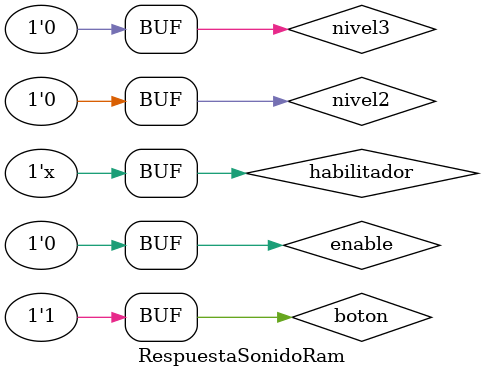
<source format=v>
`timescale 1ns / 1ps


module RespuestaSonidoRam;

	// Inputs
	reg habilitador;
	reg enable;
	reg nivel2;
	reg nivel3;
	reg boton;

	// Outputs
	wire [25:0] DireccionRAM;

	// Instantiate the Unit Under Test (UUT)
	RecorreRam uut (
		.habilitador(habilitador), 
		.DireccionRAM(DireccionRAM), 
		.enable(enable), 
		.nivel2(nivel2), 
		.nivel3(nivel3), 
		.boton(boton)
	);

	initial begin
		// Initialize Inputs
		habilitador = 0;
		enable = 0;
		nivel2 = 0;
		nivel3 = 0;
		boton = 1;

		// Wait 100 ns for global reset to finish
		#100;
        
		// Add stimulus here

	end
	
	always begin #10 habilitador = ~habilitador; end
      
endmodule


</source>
